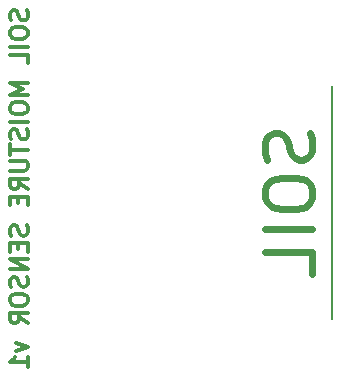
<source format=gbo>
G04 (created by PCBNEW (22-Jun-2014 BZR 4027)-stable) date Thu 31 Jul 2014 05:41:25 PM UTC*
%MOIN*%
G04 Gerber Fmt 3.4, Leading zero omitted, Abs format*
%FSLAX34Y34*%
G01*
G70*
G90*
G04 APERTURE LIST*
%ADD10C,0.00590551*%
%ADD11C,0.011811*%
%ADD12C,0.00787402*%
%ADD13C,0.023622*%
G04 APERTURE END LIST*
G54D10*
G54D11*
X34029Y-26020D02*
X34057Y-26105D01*
X34057Y-26245D01*
X34029Y-26302D01*
X34001Y-26330D01*
X33945Y-26358D01*
X33889Y-26358D01*
X33832Y-26330D01*
X33804Y-26302D01*
X33776Y-26245D01*
X33748Y-26133D01*
X33720Y-26077D01*
X33692Y-26048D01*
X33636Y-26020D01*
X33579Y-26020D01*
X33523Y-26048D01*
X33495Y-26077D01*
X33467Y-26133D01*
X33467Y-26273D01*
X33495Y-26358D01*
X33467Y-26723D02*
X33467Y-26836D01*
X33495Y-26892D01*
X33551Y-26948D01*
X33664Y-26976D01*
X33861Y-26976D01*
X33973Y-26948D01*
X34029Y-26892D01*
X34057Y-26836D01*
X34057Y-26723D01*
X34029Y-26667D01*
X33973Y-26611D01*
X33861Y-26583D01*
X33664Y-26583D01*
X33551Y-26611D01*
X33495Y-26667D01*
X33467Y-26723D01*
X34057Y-27230D02*
X33467Y-27230D01*
X34057Y-27792D02*
X34057Y-27511D01*
X33467Y-27511D01*
X34057Y-28439D02*
X33467Y-28439D01*
X33889Y-28636D01*
X33467Y-28832D01*
X34057Y-28832D01*
X33467Y-29226D02*
X33467Y-29339D01*
X33495Y-29395D01*
X33551Y-29451D01*
X33664Y-29479D01*
X33861Y-29479D01*
X33973Y-29451D01*
X34029Y-29395D01*
X34057Y-29339D01*
X34057Y-29226D01*
X34029Y-29170D01*
X33973Y-29114D01*
X33861Y-29086D01*
X33664Y-29086D01*
X33551Y-29114D01*
X33495Y-29170D01*
X33467Y-29226D01*
X34057Y-29732D02*
X33467Y-29732D01*
X34029Y-29985D02*
X34057Y-30070D01*
X34057Y-30210D01*
X34029Y-30267D01*
X34001Y-30295D01*
X33945Y-30323D01*
X33889Y-30323D01*
X33832Y-30295D01*
X33804Y-30267D01*
X33776Y-30210D01*
X33748Y-30098D01*
X33720Y-30042D01*
X33692Y-30014D01*
X33636Y-29985D01*
X33579Y-29985D01*
X33523Y-30014D01*
X33495Y-30042D01*
X33467Y-30098D01*
X33467Y-30239D01*
X33495Y-30323D01*
X33467Y-30492D02*
X33467Y-30829D01*
X34057Y-30660D02*
X33467Y-30660D01*
X33467Y-31026D02*
X33945Y-31026D01*
X34001Y-31054D01*
X34029Y-31082D01*
X34057Y-31138D01*
X34057Y-31251D01*
X34029Y-31307D01*
X34001Y-31335D01*
X33945Y-31363D01*
X33467Y-31363D01*
X34057Y-31982D02*
X33776Y-31785D01*
X34057Y-31645D02*
X33467Y-31645D01*
X33467Y-31870D01*
X33495Y-31926D01*
X33523Y-31954D01*
X33579Y-31982D01*
X33664Y-31982D01*
X33720Y-31954D01*
X33748Y-31926D01*
X33776Y-31870D01*
X33776Y-31645D01*
X33748Y-32235D02*
X33748Y-32432D01*
X34057Y-32516D02*
X34057Y-32235D01*
X33467Y-32235D01*
X33467Y-32516D01*
X34029Y-33191D02*
X34057Y-33276D01*
X34057Y-33416D01*
X34029Y-33473D01*
X34001Y-33501D01*
X33945Y-33529D01*
X33889Y-33529D01*
X33832Y-33501D01*
X33804Y-33473D01*
X33776Y-33416D01*
X33748Y-33304D01*
X33720Y-33248D01*
X33692Y-33219D01*
X33636Y-33191D01*
X33579Y-33191D01*
X33523Y-33219D01*
X33495Y-33248D01*
X33467Y-33304D01*
X33467Y-33444D01*
X33495Y-33529D01*
X33748Y-33782D02*
X33748Y-33979D01*
X34057Y-34063D02*
X34057Y-33782D01*
X33467Y-33782D01*
X33467Y-34063D01*
X34057Y-34316D02*
X33467Y-34316D01*
X34057Y-34654D01*
X33467Y-34654D01*
X34029Y-34907D02*
X34057Y-34991D01*
X34057Y-35132D01*
X34029Y-35188D01*
X34001Y-35216D01*
X33945Y-35244D01*
X33889Y-35244D01*
X33832Y-35216D01*
X33804Y-35188D01*
X33776Y-35132D01*
X33748Y-35019D01*
X33720Y-34963D01*
X33692Y-34935D01*
X33636Y-34907D01*
X33579Y-34907D01*
X33523Y-34935D01*
X33495Y-34963D01*
X33467Y-35019D01*
X33467Y-35160D01*
X33495Y-35244D01*
X33467Y-35610D02*
X33467Y-35722D01*
X33495Y-35778D01*
X33551Y-35835D01*
X33664Y-35863D01*
X33861Y-35863D01*
X33973Y-35835D01*
X34029Y-35778D01*
X34057Y-35722D01*
X34057Y-35610D01*
X34029Y-35553D01*
X33973Y-35497D01*
X33861Y-35469D01*
X33664Y-35469D01*
X33551Y-35497D01*
X33495Y-35553D01*
X33467Y-35610D01*
X34057Y-36453D02*
X33776Y-36257D01*
X34057Y-36116D02*
X33467Y-36116D01*
X33467Y-36341D01*
X33495Y-36397D01*
X33523Y-36425D01*
X33579Y-36453D01*
X33664Y-36453D01*
X33720Y-36425D01*
X33748Y-36397D01*
X33776Y-36341D01*
X33776Y-36116D01*
X33664Y-37100D02*
X34057Y-37241D01*
X33664Y-37381D01*
X34057Y-37916D02*
X34057Y-37578D01*
X34057Y-37747D02*
X33467Y-37747D01*
X33551Y-37691D01*
X33607Y-37634D01*
X33636Y-37578D01*
G54D12*
X44192Y-28543D02*
X44192Y-36318D01*
G54D13*
X43475Y-30094D02*
X43550Y-30319D01*
X43550Y-30694D01*
X43475Y-30844D01*
X43400Y-30919D01*
X43250Y-30994D01*
X43100Y-30994D01*
X42950Y-30919D01*
X42875Y-30844D01*
X42800Y-30694D01*
X42725Y-30394D01*
X42650Y-30244D01*
X42575Y-30169D01*
X42425Y-30094D01*
X42275Y-30094D01*
X42125Y-30169D01*
X42050Y-30244D01*
X41976Y-30394D01*
X41976Y-30769D01*
X42050Y-30994D01*
X41976Y-31969D02*
X41976Y-32269D01*
X42050Y-32419D01*
X42200Y-32569D01*
X42500Y-32644D01*
X43025Y-32644D01*
X43325Y-32569D01*
X43475Y-32419D01*
X43550Y-32269D01*
X43550Y-31969D01*
X43475Y-31819D01*
X43325Y-31669D01*
X43025Y-31594D01*
X42500Y-31594D01*
X42200Y-31669D01*
X42050Y-31819D01*
X41976Y-31969D01*
X43550Y-33319D02*
X41976Y-33319D01*
X43550Y-34819D02*
X43550Y-34069D01*
X41976Y-34069D01*
M02*

</source>
